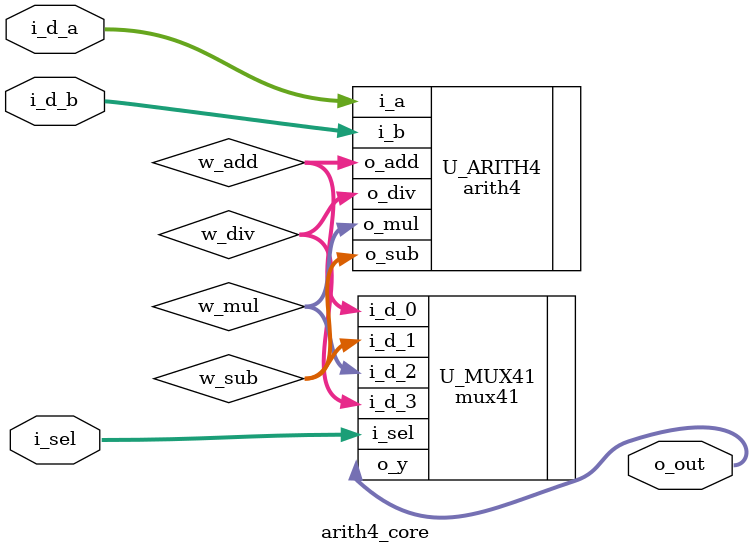
<source format=v>
module arith4_core(
    input [7:0] i_d_a, i_d_b,
    input [1:0] i_sel,
    output [7:0] o_out
    );
    
wire [7:0] w_add;
wire [7:0] w_sub;
wire [7:0] w_mul;
wire [7:0] w_div;

arith4 U_ARITH4(
    .i_a    (i_d_a),
    .i_b    (i_d_b),
    .o_add  (w_add),
    .o_sub  (w_sub),
    .o_mul  (w_mul),
    .o_div  (w_div)
);

mux41 U_MUX41(
    .i_d_0  (w_add),
    .i_d_1  (w_sub),
    .i_d_2  (w_mul),
    .i_d_3  (w_div),
    .i_sel  (i_sel),
    .o_y    (o_out)
);    
    
endmodule

</source>
